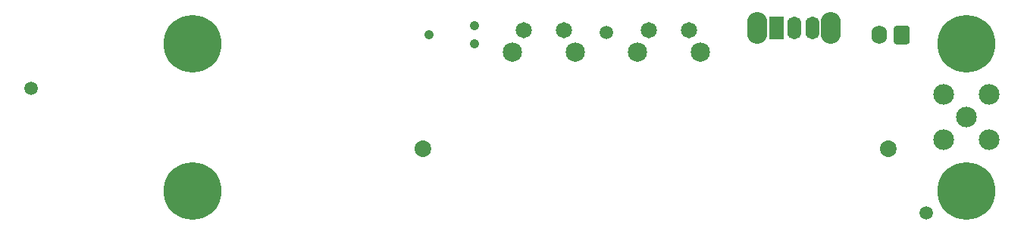
<source format=gbs>
G04 #@! TF.GenerationSoftware,KiCad,Pcbnew,5.1.9-73d0e3b20d~88~ubuntu20.04.1*
G04 #@! TF.CreationDate,2021-03-06T21:34:32-08:00*
G04 #@! TF.ProjectId,current-sense,63757272-656e-4742-9d73-656e73652e6b,rev?*
G04 #@! TF.SameCoordinates,Original*
G04 #@! TF.FileFunction,Soldermask,Bot*
G04 #@! TF.FilePolarity,Negative*
%FSLAX46Y46*%
G04 Gerber Fmt 4.6, Leading zero omitted, Abs format (unit mm)*
G04 Created by KiCad (PCBNEW 5.1.9-73d0e3b20d~88~ubuntu20.04.1) date 2021-03-06 21:34:32*
%MOMM*%
%LPD*%
G01*
G04 APERTURE LIST*
%ADD10C,1.500000*%
%ADD11O,2.260000X3.560000*%
%ADD12O,1.560000X2.560000*%
%ADD13C,2.160000*%
%ADD14C,1.810000*%
%ADD15O,1.760000X2.060000*%
%ADD16C,1.860000*%
%ADD17C,2.310000*%
%ADD18C,0.860000*%
%ADD19C,6.460000*%
%ADD20C,1.051000*%
G04 APERTURE END LIST*
D10*
X-8750000Y40750000D03*
X91250000Y26750000D03*
X55500000Y47000000D03*
D11*
X80600000Y47500000D03*
X72400000Y47500000D03*
D12*
X78500000Y47500000D03*
X76500000Y47500000D03*
G36*
G01*
X73720000Y46250000D02*
X73720000Y48750000D01*
G75*
G02*
X73750000Y48780000I30000J0D01*
G01*
X75250000Y48780000D01*
G75*
G02*
X75280000Y48750000I0J-30000D01*
G01*
X75280000Y46250000D01*
G75*
G02*
X75250000Y46220000I-30000J0D01*
G01*
X73750000Y46220000D01*
G75*
G02*
X73720000Y46250000I0J30000D01*
G01*
G37*
D13*
X66000000Y44760000D03*
D14*
X64750000Y47250000D03*
X60250000Y47250000D03*
D13*
X58990000Y44760000D03*
X52000000Y44760000D03*
D14*
X50750000Y47250000D03*
X46250000Y47250000D03*
D13*
X44990000Y44760000D03*
D15*
X86000000Y46700000D03*
G36*
G01*
X89380000Y47471177D02*
X89380000Y45928823D01*
G75*
G02*
X89121177Y45670000I-258823J0D01*
G01*
X87878823Y45670000D01*
G75*
G02*
X87620000Y45928823I0J258823D01*
G01*
X87620000Y47471177D01*
G75*
G02*
X87878823Y47730000I258823J0D01*
G01*
X89121177Y47730000D01*
G75*
G02*
X89380000Y47471177I0J-258823D01*
G01*
G37*
D16*
X87000000Y33950000D03*
X35000000Y33950000D03*
D17*
X93210000Y34960000D03*
X98290000Y34960000D03*
X98290000Y40040000D03*
X93210000Y40040000D03*
X95750000Y37500000D03*
D18*
X11000000Y44000000D03*
X7500000Y47500000D03*
X7500000Y44000000D03*
X9250000Y43250000D03*
X6750000Y45750000D03*
X9250000Y48250000D03*
X11000000Y47500000D03*
X11750000Y45750000D03*
D19*
X9250000Y45750000D03*
D18*
X97500000Y44000000D03*
X94000000Y47500000D03*
X94000000Y44000000D03*
X95750000Y43250000D03*
X93250000Y45750000D03*
X95750000Y48250000D03*
X97500000Y47500000D03*
X98250000Y45750000D03*
D19*
X95750000Y45750000D03*
D20*
X40790000Y47766000D03*
X40790000Y45734000D03*
X35710000Y46750000D03*
D18*
X11000000Y27500000D03*
X7500000Y31000000D03*
X7500000Y27500000D03*
X9250000Y26750000D03*
X6750000Y29250000D03*
X9250000Y31750000D03*
X11000000Y31000000D03*
X11750000Y29250000D03*
D19*
X9250000Y29250000D03*
D18*
X97500000Y27500000D03*
X94000000Y31000000D03*
X94000000Y27500000D03*
X95750000Y26750000D03*
X93250000Y29250000D03*
X95750000Y31750000D03*
X97500000Y31000000D03*
X98250000Y29250000D03*
D19*
X95750000Y29250000D03*
M02*

</source>
